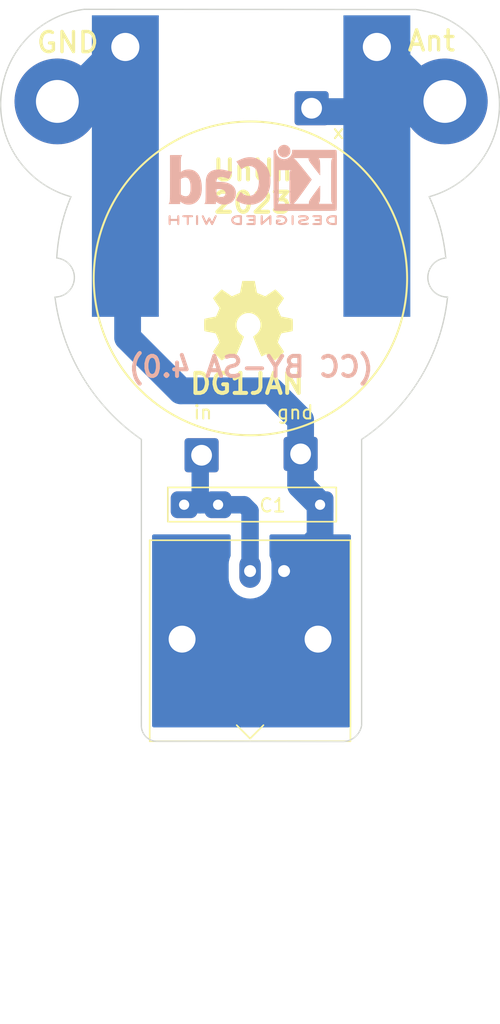
<source format=kicad_pcb>
(kicad_pcb (version 20211014) (generator pcbnew)
  (layers (0 "F.Cu" signal) (31 "B.Cu" signal) (34 "B.Paste" user) (35 "F.Paste" user) (36 "B.SilkS" user "B.Silkscreen") (37 "F.SilkS" user "F.Silkscreen") (38 "B.Mask" user) (39 "F.Mask" user) (44 "Edge.Cuts" user))
  (net 0 "")
  (net 1 "Net-(C1-Pad1)")
  (net 2 "GND")
  (net 3 "Net-(H1-Pad1)")
  (net 4 "Net-(U1-Pad1)")
  (footprint "UniBalunLibrary:FT82_Balun" (layer "F.Cu") (at 117.602 65.532)
    (fp_text reference "U2" hide)
    (fp_text value "Core" hide)
    (fp_text user "x" (at 6.5278 -10.922) (layer "F.SilkS"))
    (fp_text user "gnd" (at 3.3 10) (layer "F.SilkS"))
    (fp_text user "in" (at -3.6 10) (layer "F.SilkS"))
    (pad "" np_thru_hole circle (at 4.6736 0) (size 3.2 3.2) (drill 3.2) (layers *.Cu *.Mask))
    (pad "" np_thru_hole circle (at -4.826 0) (size 3.2 3.2) (drill 3.2) (layers *.Cu *.Mask))
    (pad "" np_thru_hole circle (at -4.826 0) (size 3.2 3.2) (drill 3.2) (layers *.Cu *.Mask))
    (pad "" np_thru_hole circle (at 4.6736 0) (size 3.2 3.2) (drill 3.2) (layers *.Cu *.Mask))
    (pad "1" thru_hole roundrect (at 3.7 13.1) (size 2.55 2.55) (drill 1.55) (layers *.Cu *.Mask) (roundrect_rratio 0.09803882353) (net 2 "GND"))
    (pad "4" thru_hole roundrect (at -3.7 13.2) (size 2.55 2.55) (drill 1.55) (layers *.Cu *.Mask) (roundrect_rratio 0.09803882353) (net 4 "Net-(U1-Pad1)"))
    (pad "5" thru_hole roundrect (at 4.5212 -12.7) (size 2.55 2.55) (drill 1.55) (layers *.Cu *.Mask) (roundrect_rratio 0.09803882353) (net 3 "Net-(H1-Pad1)"))
  )
  (footprint "Connector_Wire:SolderWire-1.5sqmm_1x01_D1.7mm_OD3.9mm" (layer "F.Cu") (at 108.204 48.26)
    (fp_text reference "J5" hide)
    (fp_text value "A_THT_Pad")
    (pad "1" thru_hole roundrect (at 0 0) (size 3.9 3.9) (drill 2.1) (layers *.Cu *.Mask) (roundrect_rratio 0.06410307692) (net 2 "GND"))
  )
  (footprint "Connector_Coaxial:BNC_Amphenol_B6252HB-NPP3G-50_Horizontal" (layer "F.Cu") (at 117.525 87.375 180)
    (fp_text reference "J1" hide)
    (fp_text value "BNC" hide)
    (pad "1" thru_hole oval (at 0 0 180) (size 1.6 2.5) (drill 0.89) (layers *.Cu *.Mask) (net 1 "Net-(C1-Pad1)"))
    (pad "2" thru_hole oval (at -5.08 -5.08 180) (size 3.5 7) (drill 2.01) (layers *.Cu *.Mask) (net 2 "GND"))
    (pad "2" thru_hole oval (at -2.54 0 180) (size 1.6 2.5) (drill 0.89) (layers *.Cu *.Mask) (net 2 "GND"))
    (pad "2" thru_hole oval (at 5.08 -5.08 180) (size 3.5 7) (drill 2.01) (layers *.Cu *.Mask) (net 2 "GND"))
  )
  (footprint "MountingHole:MountingHole_4.5mm" (layer "F.Cu") (at 117.6782 49.53)
    (fp_text reference "H5" hide)
    (fp_text value "MountingHole" hide)
    (pad "" np_thru_hole circle (at 0 0) (size 4.5 4.5) (drill 4.5) (layers *.Cu *.Mask))
  )
  (footprint "Connector_Wire:SolderWire-1.5sqmm_1x01_D1.7mm_OD3.9mm" (layer "F.Cu") (at 127 48.26)
    (fp_text reference "J3" hide)
    (fp_text value "B_THT_Pad")
    (pad "1" thru_hole roundrect (at 0 0) (size 3.9 3.9) (drill 2.1) (layers *.Cu *.Mask) (roundrect_rratio 0.06410307692) (net 3 "Net-(H1-Pad1)"))
  )
  (footprint "MountingHole:MountingHole_2.1mm" (layer "F.Cu") (at 112.8014 48.387)
    (fp_text reference "H4" hide)
    (fp_text value "MountingHole" hide)
    (pad "" np_thru_hole circle (at 0 0) (size 2.1 2.1) (drill 2.1) (layers *.Cu *.Mask))
  )
  (footprint "MountingHole:MountingHole_3.2mm_M3_Pad" (layer "F.Cu") (at 103.124 52.324)
    (fp_text reference "H2" hide)
    (fp_text value "A" hide)
    (pad "1" thru_hole circle (at 0 0) (size 6.4 6.4) (drill 3.2) (layers *.Cu *.Mask) (net 2 "GND"))
  )
  (footprint "Symbol:OSHW-Symbol_6.7x6mm_SilkScreen" (layer "F.Cu") (at 117.4 68.7)
    (fp_text reference "REF**" hide)
    (fp_text value "OSHW-Symbol_6.7x6mm_SilkScreen" hide)
  )
  (footprint "UniBalunLibrary:THT_cap" (layer "F.Cu") (at 117.675 82.425)
    (fp_text reference "C1" (at 1.524 0.0508 unlocked) (layer "F.SilkS"))
    (fp_text value "100pF" hide)
    (pad "1" thru_hole roundrect (at -2.54 0) (size 2 2) (drill 0.762) (layers *.Cu *.Mask) (net 1 "Net-(C1-Pad1)"))
    (pad "1" thru_hole roundrect (at -5.08 0) (size 2 2) (drill 0.762) (layers *.Cu *.Mask) (net 1 "Net-(C1-Pad1)"))
    (pad "2" thru_hole roundrect (at 5.08 0) (size 2 2) (drill 0.762) (layers *.Cu *.Mask) (net 2 "GND"))
  )
  (footprint "MountingHole:MountingHole_2.1mm" (layer "F.Cu") (at 122.4026 48.387)
    (fp_text reference "H3" hide)
    (fp_text value "MountingHole" hide)
    (pad "" np_thru_hole circle (at 0 0) (size 2.1 2.1) (drill 2.1) (layers *.Cu *.Mask))
  )
  (footprint "MountingHole:MountingHole_3.2mm_M3_Pad" (layer "F.Cu") (at 132.08 52.324)
    (fp_text reference "H1" hide)
    (fp_text value "B" hide)
    (pad "1" thru_hole circle (at 0 0) (size 6.4 6.4) (drill 3.2) (layers *.Cu *.Mask) (net 3 "Net-(H1-Pad1)"))
  )
  (footprint "UniBalunLibrary:4mmJack" (layer "B.Cu") (at 127.254 56.896 90)
    (fp_text reference "J4" hide)
    (fp_text value "B_SMD_PAD" hide)
    (pad "1" smd rect (at -0.254 -0.254 90) (size 22.5 5) (layers "B.Cu" "B.Mask") (net 3 "Net-(H1-Pad1)"))
  )
  (footprint "Symbol:KiCad-Logo2_5mm_SilkScreen" (layer "B.Cu") (at 117.729 58.547 180)
    (fp_text reference "REF**" hide)
    (fp_text value "KiCad-Logo2_5mm_SilkScreen" hide)
  )
  (footprint "UniBalunLibrary:4mmJack" (layer "B.Cu") (at 108.458 56.896 90)
    (fp_text reference "J6" hide)
    (fp_text value "A_SMD_PAD" hide)
    (pad "1" smd rect (at -0.254 -0.254 90) (size 22.5 5) (layers "B.Cu" "B.Mask") (net 2 "GND"))
  )
  (gr_line (start 125.861231 98.878483) (end 125.861231 77.548862) (layer "Edge.Cuts") (width 0.1))
  (gr_arc (start 110.579743 100.083974) (mid 109.761572 99.754501) (end 109.4 98.95) (layer "Edge.Cuts") (width 0.1))
  (gr_arc (start 109.402031 77.548862) (mid 105.04112 72.92614) (end 102.945817 66.926406) (layer "Edge.Cuts") (width 0.1))
  (gr_arc (start 132.281854 66.925327) (mid 130.254542 72.952072) (end 125.861231 77.548862) (layer "Edge.Cuts") (width 0.1))
  (gr_arc (start 103.078577 64.011716) (mid 104.394 65.532) (end 102.945817 66.926406) (layer "Edge.Cuts") (width 0.1))
  (gr_line (start 109.4 98.95) (end 109.402031 77.548862) (layer "Edge.Cuts") (width 0.1))
  (gr_arc (start 103.078577 64.011716) (mid 103.410896 61.677837) (end 104.14 59.436) (layer "Edge.Cuts") (width 0.1))
  (gr_arc (start 130.910075 59.436) (mid 131.721418 61.671361) (end 132.149094 64.010637) (layer "Edge.Cuts") (width 0.1))
  (gr_arc (start 129.894075 45.466) (mid 136.144 52.033405) (end 130.910075 59.436) (layer "Edge.Cuts") (width 0.1))
  (gr_arc (start 125.861231 98.878483) (mid 125.391281 99.735336) (end 124.4846 100.1) (layer "Edge.Cuts") (width 0.1))
  (gr_arc (start 132.281854 66.925327) (mid 130.81 65.532) (end 132.149094 64.010637) (layer "Edge.Cuts") (width 0.1))
  (gr_line (start 110.579743 100.083974) (end 124.4846 100.1) (layer "Edge.Cuts") (width 0.1))
  (gr_line (start 105.125 45.45) (end 129.894075 45.466) (layer "Edge.Cuts") (width 0.1))
  (gr_arc (start 104.14 59.436) (mid 98.905591 52.039668) (end 105.125 45.45) (layer "Edge.Cuts") (width 0.1))
  (gr_text "(CC BY-SA 4.0)" (at 117.602 72.136) (layer "B.SilkS") (effects (font (size 1.5 1.5) (thickness 0.3)) (justify mirror)))
  (gr_text "Ant" (at 131.075 47.8) (layer "F.SilkS") (effects (font (size 1.5 1.5) (thickness 0.25))))
  (gr_text "UnUn\n2023" (at 117.729 58.674) (layer "F.SilkS") (effects (font (size 1.5 1.5) (thickness 0.3))))
  (gr_text "DG1JAN" (at 117.3 73.4) (layer "F.SilkS") (effects (font (size 1.5 1.5) (thickness 0.3))))
  (gr_text "GND" (at 103.9 47.925) (layer "F.SilkS") (effects (font (size 1.5 1.5) (thickness 0.25))))
  (segment (start 113.8 82.425) (end 112.595 82.425) (width 1.3) (layer "B.Cu") (net 1))
  (segment (start 117.075 82.425) (end 115.135 82.425) (width 1.3) (layer "B.Cu") (net 1))
  (segment (start 113.8 79.175) (end 113.975 79) (width 1.3) (layer "B.Cu") (net 1))
  (segment (start 113.8 82.425) (end 113.8 79.175) (width 1.3) (layer "B.Cu") (net 1))
  (segment (start 117.525 82.875) (end 117.075 82.425) (width 1.3) (layer "B.Cu") (net 1))
  (segment (start 115.135 82.425) (end 113.8 82.425) (width 1.3) (layer "B.Cu") (net 1))
  (segment (start 117.525 87.375) (end 117.525 82.875) (width 1.3) (layer "B.Cu") (net 1))
  (segment (start 112.699 92.201) (end 112.445 92.455) (width 1) (layer "F.Cu") (net 2))
  (segment (start 107.188 48.26) (end 103.124 52.324) (width 1.3) (layer "B.Cu") (net 2))
  (segment (start 121.302 78.632) (end 121.302 76.102) (width 2) (layer "B.Cu") (net 2))
  (segment (start 108.204 48.26) (end 108.204 57.15) (width 1.3) (layer "B.Cu") (net 2))
  (segment (start 121.302 76.102) (end 119.125 73.925) (width 2) (layer "B.Cu") (net 2))
  (segment (start 108.204 48.26) (end 107.188 48.26) (width 1.3) (layer "B.Cu") (net 2))
  (segment (start 108.204 57.15) (end 108.204 66.929) (width 1.3) (layer "B.Cu") (net 2))
  (segment (start 121.302 78.632) (end 121.302 80.972) (width 2) (layer "B.Cu") (net 2))
  (segment (start 112.35 73.925) (end 108.375 69.95) (width 2) (layer "B.Cu") (net 2))
  (segment (start 121.275 79.05) (end 121.675 79.05) (width 1.3) (layer "B.Cu") (net 2))
  (segment (start 121.302 80.972) (end 122.755 82.425) (width 2) (layer "B.Cu") (net 2))
  (segment (start 122.755 84.685) (end 120.065 87.375) (width 1.7) (layer "B.Cu") (net 2))
  (segment (start 108.375 69.95) (end 108.375 60.225) (width 2) (layer "B.Cu") (net 2))
  (segment (start 122.755 82.425) (end 122.755 84.685) (width 2) (layer "B.Cu") (net 2))
  (segment (start 121 78.775) (end 121.275 79.05) (width 1.3) (layer "B.Cu") (net 2))
  (segment (start 108.375 60.225) (end 108.65 59.95) (width 1.3) (layer "B.Cu") (net 2))
  (segment (start 119.125 73.925) (end 112.35 73.925) (width 2) (layer "B.Cu") (net 2))
  (segment (start 127 48.26) (end 128.016 48.26) (width 1.3) (layer "B.Cu") (net 3))
  (segment (start 127 53.086) (end 122.3772 53.086) (width 2) (layer "B.Cu") (net 3))
  (segment (start 127 57.15) (end 127 53.086) (width 1) (layer "B.Cu") (net 3))
  (segment (start 122.3772 53.086) (end 122.1232 52.832) (width 1) (layer "B.Cu") (net 3))
  (segment (start 127 48.26) (end 127 53.086) (width 1.3) (layer "B.Cu") (net 3))
  (segment (start 127 66.929) (end 127 57.15) (width 1) (layer "B.Cu") (net 3))
  (segment (start 128.016 48.26) (end 132.08 52.324) (width 1.3) (layer "B.Cu") (net 3))
  (segment (start 125.5268 55.6768) (end 127 57.15) (width 1.3) (layer "B.Cu") (net 3))
  (segment (start 113.932 79.068) (end 114.025 78.975) (width 1.3) (layer "F.Cu") (net 4))
  (segment (start 114.018 78.668) (end 113.925 78.575) (width 1.3) (layer "B.Cu") (net 4))
  (zone (net 2) (net_name "GND") (layer "B.Cu") (connect_pads yes (clearance 0.8)) (min_thickness 0.254) (fill yes (thermal_gap 0.508) (thermal_bridge_width 0.508))
    (polygon (pts (xy 125.399 99.043) (xy 109.651 99.043) (xy 109.651 84.637) (xy 125.399 84.637)))
  )
)
</source>
